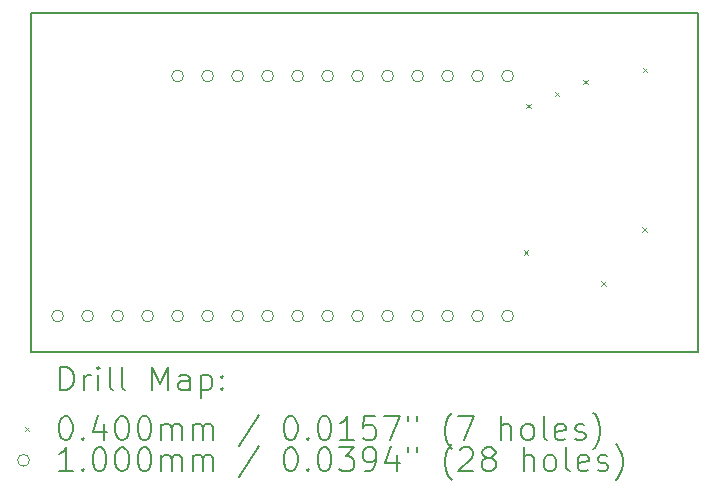
<source format=gbr>
%TF.GenerationSoftware,KiCad,Pcbnew,9.0.4*%
%TF.CreationDate,2025-11-17T08:26:22+00:00*%
%TF.ProjectId,MRF-Pro-v7.5,4d52462d-5072-46f2-9d76-372e352e6b69,rev?*%
%TF.SameCoordinates,Original*%
%TF.FileFunction,Drillmap*%
%TF.FilePolarity,Positive*%
%FSLAX45Y45*%
G04 Gerber Fmt 4.5, Leading zero omitted, Abs format (unit mm)*
G04 Created by KiCad (PCBNEW 9.0.4) date 2025-11-17 08:26:22*
%MOMM*%
%LPD*%
G01*
G04 APERTURE LIST*
%ADD10C,0.200000*%
%ADD11C,0.100000*%
G04 APERTURE END LIST*
D10*
X10566400Y-9626600D02*
X16212820Y-9626600D01*
X16212820Y-12499340D01*
X10566400Y-12499340D01*
X10566400Y-9626600D01*
D11*
X14739940Y-11633520D02*
X14779940Y-11673520D01*
X14779940Y-11633520D02*
X14739940Y-11673520D01*
X14762800Y-10394000D02*
X14802800Y-10434000D01*
X14802800Y-10394000D02*
X14762800Y-10434000D01*
X15004100Y-10292400D02*
X15044100Y-10332400D01*
X15044100Y-10292400D02*
X15004100Y-10332400D01*
X15245400Y-10190800D02*
X15285400Y-10230800D01*
X15285400Y-10190800D02*
X15245400Y-10230800D01*
X15397800Y-11895140D02*
X15437800Y-11935140D01*
X15437800Y-11895140D02*
X15397800Y-11935140D01*
X15745000Y-11442000D02*
X15785000Y-11482000D01*
X15785000Y-11442000D02*
X15745000Y-11482000D01*
X15747280Y-10090000D02*
X15787280Y-10130000D01*
X15787280Y-10090000D02*
X15747280Y-10130000D01*
X10845000Y-12192000D02*
G75*
G02*
X10745000Y-12192000I-50000J0D01*
G01*
X10745000Y-12192000D02*
G75*
G02*
X10845000Y-12192000I50000J0D01*
G01*
X11099000Y-12192000D02*
G75*
G02*
X10999000Y-12192000I-50000J0D01*
G01*
X10999000Y-12192000D02*
G75*
G02*
X11099000Y-12192000I50000J0D01*
G01*
X11353000Y-12192000D02*
G75*
G02*
X11253000Y-12192000I-50000J0D01*
G01*
X11253000Y-12192000D02*
G75*
G02*
X11353000Y-12192000I50000J0D01*
G01*
X11607000Y-12192000D02*
G75*
G02*
X11507000Y-12192000I-50000J0D01*
G01*
X11507000Y-12192000D02*
G75*
G02*
X11607000Y-12192000I50000J0D01*
G01*
X11861000Y-10160000D02*
G75*
G02*
X11761000Y-10160000I-50000J0D01*
G01*
X11761000Y-10160000D02*
G75*
G02*
X11861000Y-10160000I50000J0D01*
G01*
X11861000Y-12192000D02*
G75*
G02*
X11761000Y-12192000I-50000J0D01*
G01*
X11761000Y-12192000D02*
G75*
G02*
X11861000Y-12192000I50000J0D01*
G01*
X12115000Y-10160000D02*
G75*
G02*
X12015000Y-10160000I-50000J0D01*
G01*
X12015000Y-10160000D02*
G75*
G02*
X12115000Y-10160000I50000J0D01*
G01*
X12115000Y-12192000D02*
G75*
G02*
X12015000Y-12192000I-50000J0D01*
G01*
X12015000Y-12192000D02*
G75*
G02*
X12115000Y-12192000I50000J0D01*
G01*
X12369000Y-10160000D02*
G75*
G02*
X12269000Y-10160000I-50000J0D01*
G01*
X12269000Y-10160000D02*
G75*
G02*
X12369000Y-10160000I50000J0D01*
G01*
X12369000Y-12192000D02*
G75*
G02*
X12269000Y-12192000I-50000J0D01*
G01*
X12269000Y-12192000D02*
G75*
G02*
X12369000Y-12192000I50000J0D01*
G01*
X12623000Y-10160000D02*
G75*
G02*
X12523000Y-10160000I-50000J0D01*
G01*
X12523000Y-10160000D02*
G75*
G02*
X12623000Y-10160000I50000J0D01*
G01*
X12623000Y-12192000D02*
G75*
G02*
X12523000Y-12192000I-50000J0D01*
G01*
X12523000Y-12192000D02*
G75*
G02*
X12623000Y-12192000I50000J0D01*
G01*
X12877000Y-10160000D02*
G75*
G02*
X12777000Y-10160000I-50000J0D01*
G01*
X12777000Y-10160000D02*
G75*
G02*
X12877000Y-10160000I50000J0D01*
G01*
X12877000Y-12192000D02*
G75*
G02*
X12777000Y-12192000I-50000J0D01*
G01*
X12777000Y-12192000D02*
G75*
G02*
X12877000Y-12192000I50000J0D01*
G01*
X13131000Y-10160000D02*
G75*
G02*
X13031000Y-10160000I-50000J0D01*
G01*
X13031000Y-10160000D02*
G75*
G02*
X13131000Y-10160000I50000J0D01*
G01*
X13131000Y-12192000D02*
G75*
G02*
X13031000Y-12192000I-50000J0D01*
G01*
X13031000Y-12192000D02*
G75*
G02*
X13131000Y-12192000I50000J0D01*
G01*
X13385000Y-10160000D02*
G75*
G02*
X13285000Y-10160000I-50000J0D01*
G01*
X13285000Y-10160000D02*
G75*
G02*
X13385000Y-10160000I50000J0D01*
G01*
X13385000Y-12192000D02*
G75*
G02*
X13285000Y-12192000I-50000J0D01*
G01*
X13285000Y-12192000D02*
G75*
G02*
X13385000Y-12192000I50000J0D01*
G01*
X13639000Y-10160000D02*
G75*
G02*
X13539000Y-10160000I-50000J0D01*
G01*
X13539000Y-10160000D02*
G75*
G02*
X13639000Y-10160000I50000J0D01*
G01*
X13639000Y-12192000D02*
G75*
G02*
X13539000Y-12192000I-50000J0D01*
G01*
X13539000Y-12192000D02*
G75*
G02*
X13639000Y-12192000I50000J0D01*
G01*
X13893000Y-10160000D02*
G75*
G02*
X13793000Y-10160000I-50000J0D01*
G01*
X13793000Y-10160000D02*
G75*
G02*
X13893000Y-10160000I50000J0D01*
G01*
X13893000Y-12192000D02*
G75*
G02*
X13793000Y-12192000I-50000J0D01*
G01*
X13793000Y-12192000D02*
G75*
G02*
X13893000Y-12192000I50000J0D01*
G01*
X14147000Y-10160000D02*
G75*
G02*
X14047000Y-10160000I-50000J0D01*
G01*
X14047000Y-10160000D02*
G75*
G02*
X14147000Y-10160000I50000J0D01*
G01*
X14147000Y-12192000D02*
G75*
G02*
X14047000Y-12192000I-50000J0D01*
G01*
X14047000Y-12192000D02*
G75*
G02*
X14147000Y-12192000I50000J0D01*
G01*
X14401000Y-10160000D02*
G75*
G02*
X14301000Y-10160000I-50000J0D01*
G01*
X14301000Y-10160000D02*
G75*
G02*
X14401000Y-10160000I50000J0D01*
G01*
X14401000Y-12192000D02*
G75*
G02*
X14301000Y-12192000I-50000J0D01*
G01*
X14301000Y-12192000D02*
G75*
G02*
X14401000Y-12192000I50000J0D01*
G01*
X14655000Y-10160000D02*
G75*
G02*
X14555000Y-10160000I-50000J0D01*
G01*
X14555000Y-10160000D02*
G75*
G02*
X14655000Y-10160000I50000J0D01*
G01*
X14655000Y-12192000D02*
G75*
G02*
X14555000Y-12192000I-50000J0D01*
G01*
X14555000Y-12192000D02*
G75*
G02*
X14655000Y-12192000I50000J0D01*
G01*
D10*
X10817177Y-12820824D02*
X10817177Y-12620824D01*
X10817177Y-12620824D02*
X10864796Y-12620824D01*
X10864796Y-12620824D02*
X10893367Y-12630348D01*
X10893367Y-12630348D02*
X10912415Y-12649395D01*
X10912415Y-12649395D02*
X10921939Y-12668443D01*
X10921939Y-12668443D02*
X10931463Y-12706538D01*
X10931463Y-12706538D02*
X10931463Y-12735109D01*
X10931463Y-12735109D02*
X10921939Y-12773205D01*
X10921939Y-12773205D02*
X10912415Y-12792252D01*
X10912415Y-12792252D02*
X10893367Y-12811300D01*
X10893367Y-12811300D02*
X10864796Y-12820824D01*
X10864796Y-12820824D02*
X10817177Y-12820824D01*
X11017177Y-12820824D02*
X11017177Y-12687490D01*
X11017177Y-12725586D02*
X11026701Y-12706538D01*
X11026701Y-12706538D02*
X11036224Y-12697014D01*
X11036224Y-12697014D02*
X11055272Y-12687490D01*
X11055272Y-12687490D02*
X11074320Y-12687490D01*
X11140986Y-12820824D02*
X11140986Y-12687490D01*
X11140986Y-12620824D02*
X11131463Y-12630348D01*
X11131463Y-12630348D02*
X11140986Y-12639871D01*
X11140986Y-12639871D02*
X11150510Y-12630348D01*
X11150510Y-12630348D02*
X11140986Y-12620824D01*
X11140986Y-12620824D02*
X11140986Y-12639871D01*
X11264796Y-12820824D02*
X11245748Y-12811300D01*
X11245748Y-12811300D02*
X11236224Y-12792252D01*
X11236224Y-12792252D02*
X11236224Y-12620824D01*
X11369558Y-12820824D02*
X11350510Y-12811300D01*
X11350510Y-12811300D02*
X11340986Y-12792252D01*
X11340986Y-12792252D02*
X11340986Y-12620824D01*
X11598129Y-12820824D02*
X11598129Y-12620824D01*
X11598129Y-12620824D02*
X11664796Y-12763681D01*
X11664796Y-12763681D02*
X11731462Y-12620824D01*
X11731462Y-12620824D02*
X11731462Y-12820824D01*
X11912415Y-12820824D02*
X11912415Y-12716062D01*
X11912415Y-12716062D02*
X11902891Y-12697014D01*
X11902891Y-12697014D02*
X11883843Y-12687490D01*
X11883843Y-12687490D02*
X11845748Y-12687490D01*
X11845748Y-12687490D02*
X11826701Y-12697014D01*
X11912415Y-12811300D02*
X11893367Y-12820824D01*
X11893367Y-12820824D02*
X11845748Y-12820824D01*
X11845748Y-12820824D02*
X11826701Y-12811300D01*
X11826701Y-12811300D02*
X11817177Y-12792252D01*
X11817177Y-12792252D02*
X11817177Y-12773205D01*
X11817177Y-12773205D02*
X11826701Y-12754157D01*
X11826701Y-12754157D02*
X11845748Y-12744633D01*
X11845748Y-12744633D02*
X11893367Y-12744633D01*
X11893367Y-12744633D02*
X11912415Y-12735109D01*
X12007653Y-12687490D02*
X12007653Y-12887490D01*
X12007653Y-12697014D02*
X12026701Y-12687490D01*
X12026701Y-12687490D02*
X12064796Y-12687490D01*
X12064796Y-12687490D02*
X12083843Y-12697014D01*
X12083843Y-12697014D02*
X12093367Y-12706538D01*
X12093367Y-12706538D02*
X12102891Y-12725586D01*
X12102891Y-12725586D02*
X12102891Y-12782728D01*
X12102891Y-12782728D02*
X12093367Y-12801776D01*
X12093367Y-12801776D02*
X12083843Y-12811300D01*
X12083843Y-12811300D02*
X12064796Y-12820824D01*
X12064796Y-12820824D02*
X12026701Y-12820824D01*
X12026701Y-12820824D02*
X12007653Y-12811300D01*
X12188605Y-12801776D02*
X12198129Y-12811300D01*
X12198129Y-12811300D02*
X12188605Y-12820824D01*
X12188605Y-12820824D02*
X12179082Y-12811300D01*
X12179082Y-12811300D02*
X12188605Y-12801776D01*
X12188605Y-12801776D02*
X12188605Y-12820824D01*
X12188605Y-12697014D02*
X12198129Y-12706538D01*
X12198129Y-12706538D02*
X12188605Y-12716062D01*
X12188605Y-12716062D02*
X12179082Y-12706538D01*
X12179082Y-12706538D02*
X12188605Y-12697014D01*
X12188605Y-12697014D02*
X12188605Y-12716062D01*
D11*
X10516400Y-13129340D02*
X10556400Y-13169340D01*
X10556400Y-13129340D02*
X10516400Y-13169340D01*
D10*
X10855272Y-13040824D02*
X10874320Y-13040824D01*
X10874320Y-13040824D02*
X10893367Y-13050348D01*
X10893367Y-13050348D02*
X10902891Y-13059871D01*
X10902891Y-13059871D02*
X10912415Y-13078919D01*
X10912415Y-13078919D02*
X10921939Y-13117014D01*
X10921939Y-13117014D02*
X10921939Y-13164633D01*
X10921939Y-13164633D02*
X10912415Y-13202728D01*
X10912415Y-13202728D02*
X10902891Y-13221776D01*
X10902891Y-13221776D02*
X10893367Y-13231300D01*
X10893367Y-13231300D02*
X10874320Y-13240824D01*
X10874320Y-13240824D02*
X10855272Y-13240824D01*
X10855272Y-13240824D02*
X10836224Y-13231300D01*
X10836224Y-13231300D02*
X10826701Y-13221776D01*
X10826701Y-13221776D02*
X10817177Y-13202728D01*
X10817177Y-13202728D02*
X10807653Y-13164633D01*
X10807653Y-13164633D02*
X10807653Y-13117014D01*
X10807653Y-13117014D02*
X10817177Y-13078919D01*
X10817177Y-13078919D02*
X10826701Y-13059871D01*
X10826701Y-13059871D02*
X10836224Y-13050348D01*
X10836224Y-13050348D02*
X10855272Y-13040824D01*
X11007653Y-13221776D02*
X11017177Y-13231300D01*
X11017177Y-13231300D02*
X11007653Y-13240824D01*
X11007653Y-13240824D02*
X10998129Y-13231300D01*
X10998129Y-13231300D02*
X11007653Y-13221776D01*
X11007653Y-13221776D02*
X11007653Y-13240824D01*
X11188605Y-13107490D02*
X11188605Y-13240824D01*
X11140986Y-13031300D02*
X11093367Y-13174157D01*
X11093367Y-13174157D02*
X11217177Y-13174157D01*
X11331462Y-13040824D02*
X11350510Y-13040824D01*
X11350510Y-13040824D02*
X11369558Y-13050348D01*
X11369558Y-13050348D02*
X11379082Y-13059871D01*
X11379082Y-13059871D02*
X11388605Y-13078919D01*
X11388605Y-13078919D02*
X11398129Y-13117014D01*
X11398129Y-13117014D02*
X11398129Y-13164633D01*
X11398129Y-13164633D02*
X11388605Y-13202728D01*
X11388605Y-13202728D02*
X11379082Y-13221776D01*
X11379082Y-13221776D02*
X11369558Y-13231300D01*
X11369558Y-13231300D02*
X11350510Y-13240824D01*
X11350510Y-13240824D02*
X11331462Y-13240824D01*
X11331462Y-13240824D02*
X11312415Y-13231300D01*
X11312415Y-13231300D02*
X11302891Y-13221776D01*
X11302891Y-13221776D02*
X11293367Y-13202728D01*
X11293367Y-13202728D02*
X11283843Y-13164633D01*
X11283843Y-13164633D02*
X11283843Y-13117014D01*
X11283843Y-13117014D02*
X11293367Y-13078919D01*
X11293367Y-13078919D02*
X11302891Y-13059871D01*
X11302891Y-13059871D02*
X11312415Y-13050348D01*
X11312415Y-13050348D02*
X11331462Y-13040824D01*
X11521939Y-13040824D02*
X11540986Y-13040824D01*
X11540986Y-13040824D02*
X11560034Y-13050348D01*
X11560034Y-13050348D02*
X11569558Y-13059871D01*
X11569558Y-13059871D02*
X11579082Y-13078919D01*
X11579082Y-13078919D02*
X11588605Y-13117014D01*
X11588605Y-13117014D02*
X11588605Y-13164633D01*
X11588605Y-13164633D02*
X11579082Y-13202728D01*
X11579082Y-13202728D02*
X11569558Y-13221776D01*
X11569558Y-13221776D02*
X11560034Y-13231300D01*
X11560034Y-13231300D02*
X11540986Y-13240824D01*
X11540986Y-13240824D02*
X11521939Y-13240824D01*
X11521939Y-13240824D02*
X11502891Y-13231300D01*
X11502891Y-13231300D02*
X11493367Y-13221776D01*
X11493367Y-13221776D02*
X11483843Y-13202728D01*
X11483843Y-13202728D02*
X11474320Y-13164633D01*
X11474320Y-13164633D02*
X11474320Y-13117014D01*
X11474320Y-13117014D02*
X11483843Y-13078919D01*
X11483843Y-13078919D02*
X11493367Y-13059871D01*
X11493367Y-13059871D02*
X11502891Y-13050348D01*
X11502891Y-13050348D02*
X11521939Y-13040824D01*
X11674320Y-13240824D02*
X11674320Y-13107490D01*
X11674320Y-13126538D02*
X11683843Y-13117014D01*
X11683843Y-13117014D02*
X11702891Y-13107490D01*
X11702891Y-13107490D02*
X11731463Y-13107490D01*
X11731463Y-13107490D02*
X11750510Y-13117014D01*
X11750510Y-13117014D02*
X11760034Y-13136062D01*
X11760034Y-13136062D02*
X11760034Y-13240824D01*
X11760034Y-13136062D02*
X11769558Y-13117014D01*
X11769558Y-13117014D02*
X11788605Y-13107490D01*
X11788605Y-13107490D02*
X11817177Y-13107490D01*
X11817177Y-13107490D02*
X11836224Y-13117014D01*
X11836224Y-13117014D02*
X11845748Y-13136062D01*
X11845748Y-13136062D02*
X11845748Y-13240824D01*
X11940986Y-13240824D02*
X11940986Y-13107490D01*
X11940986Y-13126538D02*
X11950510Y-13117014D01*
X11950510Y-13117014D02*
X11969558Y-13107490D01*
X11969558Y-13107490D02*
X11998129Y-13107490D01*
X11998129Y-13107490D02*
X12017177Y-13117014D01*
X12017177Y-13117014D02*
X12026701Y-13136062D01*
X12026701Y-13136062D02*
X12026701Y-13240824D01*
X12026701Y-13136062D02*
X12036224Y-13117014D01*
X12036224Y-13117014D02*
X12055272Y-13107490D01*
X12055272Y-13107490D02*
X12083843Y-13107490D01*
X12083843Y-13107490D02*
X12102891Y-13117014D01*
X12102891Y-13117014D02*
X12112415Y-13136062D01*
X12112415Y-13136062D02*
X12112415Y-13240824D01*
X12502891Y-13031300D02*
X12331463Y-13288443D01*
X12760034Y-13040824D02*
X12779082Y-13040824D01*
X12779082Y-13040824D02*
X12798129Y-13050348D01*
X12798129Y-13050348D02*
X12807653Y-13059871D01*
X12807653Y-13059871D02*
X12817177Y-13078919D01*
X12817177Y-13078919D02*
X12826701Y-13117014D01*
X12826701Y-13117014D02*
X12826701Y-13164633D01*
X12826701Y-13164633D02*
X12817177Y-13202728D01*
X12817177Y-13202728D02*
X12807653Y-13221776D01*
X12807653Y-13221776D02*
X12798129Y-13231300D01*
X12798129Y-13231300D02*
X12779082Y-13240824D01*
X12779082Y-13240824D02*
X12760034Y-13240824D01*
X12760034Y-13240824D02*
X12740986Y-13231300D01*
X12740986Y-13231300D02*
X12731463Y-13221776D01*
X12731463Y-13221776D02*
X12721939Y-13202728D01*
X12721939Y-13202728D02*
X12712415Y-13164633D01*
X12712415Y-13164633D02*
X12712415Y-13117014D01*
X12712415Y-13117014D02*
X12721939Y-13078919D01*
X12721939Y-13078919D02*
X12731463Y-13059871D01*
X12731463Y-13059871D02*
X12740986Y-13050348D01*
X12740986Y-13050348D02*
X12760034Y-13040824D01*
X12912415Y-13221776D02*
X12921939Y-13231300D01*
X12921939Y-13231300D02*
X12912415Y-13240824D01*
X12912415Y-13240824D02*
X12902891Y-13231300D01*
X12902891Y-13231300D02*
X12912415Y-13221776D01*
X12912415Y-13221776D02*
X12912415Y-13240824D01*
X13045748Y-13040824D02*
X13064796Y-13040824D01*
X13064796Y-13040824D02*
X13083844Y-13050348D01*
X13083844Y-13050348D02*
X13093367Y-13059871D01*
X13093367Y-13059871D02*
X13102891Y-13078919D01*
X13102891Y-13078919D02*
X13112415Y-13117014D01*
X13112415Y-13117014D02*
X13112415Y-13164633D01*
X13112415Y-13164633D02*
X13102891Y-13202728D01*
X13102891Y-13202728D02*
X13093367Y-13221776D01*
X13093367Y-13221776D02*
X13083844Y-13231300D01*
X13083844Y-13231300D02*
X13064796Y-13240824D01*
X13064796Y-13240824D02*
X13045748Y-13240824D01*
X13045748Y-13240824D02*
X13026701Y-13231300D01*
X13026701Y-13231300D02*
X13017177Y-13221776D01*
X13017177Y-13221776D02*
X13007653Y-13202728D01*
X13007653Y-13202728D02*
X12998129Y-13164633D01*
X12998129Y-13164633D02*
X12998129Y-13117014D01*
X12998129Y-13117014D02*
X13007653Y-13078919D01*
X13007653Y-13078919D02*
X13017177Y-13059871D01*
X13017177Y-13059871D02*
X13026701Y-13050348D01*
X13026701Y-13050348D02*
X13045748Y-13040824D01*
X13302891Y-13240824D02*
X13188606Y-13240824D01*
X13245748Y-13240824D02*
X13245748Y-13040824D01*
X13245748Y-13040824D02*
X13226701Y-13069395D01*
X13226701Y-13069395D02*
X13207653Y-13088443D01*
X13207653Y-13088443D02*
X13188606Y-13097967D01*
X13483844Y-13040824D02*
X13388606Y-13040824D01*
X13388606Y-13040824D02*
X13379082Y-13136062D01*
X13379082Y-13136062D02*
X13388606Y-13126538D01*
X13388606Y-13126538D02*
X13407653Y-13117014D01*
X13407653Y-13117014D02*
X13455272Y-13117014D01*
X13455272Y-13117014D02*
X13474320Y-13126538D01*
X13474320Y-13126538D02*
X13483844Y-13136062D01*
X13483844Y-13136062D02*
X13493367Y-13155109D01*
X13493367Y-13155109D02*
X13493367Y-13202728D01*
X13493367Y-13202728D02*
X13483844Y-13221776D01*
X13483844Y-13221776D02*
X13474320Y-13231300D01*
X13474320Y-13231300D02*
X13455272Y-13240824D01*
X13455272Y-13240824D02*
X13407653Y-13240824D01*
X13407653Y-13240824D02*
X13388606Y-13231300D01*
X13388606Y-13231300D02*
X13379082Y-13221776D01*
X13560034Y-13040824D02*
X13693367Y-13040824D01*
X13693367Y-13040824D02*
X13607653Y-13240824D01*
X13760034Y-13040824D02*
X13760034Y-13078919D01*
X13836225Y-13040824D02*
X13836225Y-13078919D01*
X14131463Y-13317014D02*
X14121939Y-13307490D01*
X14121939Y-13307490D02*
X14102891Y-13278919D01*
X14102891Y-13278919D02*
X14093368Y-13259871D01*
X14093368Y-13259871D02*
X14083844Y-13231300D01*
X14083844Y-13231300D02*
X14074320Y-13183681D01*
X14074320Y-13183681D02*
X14074320Y-13145586D01*
X14074320Y-13145586D02*
X14083844Y-13097967D01*
X14083844Y-13097967D02*
X14093368Y-13069395D01*
X14093368Y-13069395D02*
X14102891Y-13050348D01*
X14102891Y-13050348D02*
X14121939Y-13021776D01*
X14121939Y-13021776D02*
X14131463Y-13012252D01*
X14188606Y-13040824D02*
X14321939Y-13040824D01*
X14321939Y-13040824D02*
X14236225Y-13240824D01*
X14550510Y-13240824D02*
X14550510Y-13040824D01*
X14636225Y-13240824D02*
X14636225Y-13136062D01*
X14636225Y-13136062D02*
X14626701Y-13117014D01*
X14626701Y-13117014D02*
X14607653Y-13107490D01*
X14607653Y-13107490D02*
X14579082Y-13107490D01*
X14579082Y-13107490D02*
X14560034Y-13117014D01*
X14560034Y-13117014D02*
X14550510Y-13126538D01*
X14760034Y-13240824D02*
X14740987Y-13231300D01*
X14740987Y-13231300D02*
X14731463Y-13221776D01*
X14731463Y-13221776D02*
X14721939Y-13202728D01*
X14721939Y-13202728D02*
X14721939Y-13145586D01*
X14721939Y-13145586D02*
X14731463Y-13126538D01*
X14731463Y-13126538D02*
X14740987Y-13117014D01*
X14740987Y-13117014D02*
X14760034Y-13107490D01*
X14760034Y-13107490D02*
X14788606Y-13107490D01*
X14788606Y-13107490D02*
X14807653Y-13117014D01*
X14807653Y-13117014D02*
X14817177Y-13126538D01*
X14817177Y-13126538D02*
X14826701Y-13145586D01*
X14826701Y-13145586D02*
X14826701Y-13202728D01*
X14826701Y-13202728D02*
X14817177Y-13221776D01*
X14817177Y-13221776D02*
X14807653Y-13231300D01*
X14807653Y-13231300D02*
X14788606Y-13240824D01*
X14788606Y-13240824D02*
X14760034Y-13240824D01*
X14940987Y-13240824D02*
X14921939Y-13231300D01*
X14921939Y-13231300D02*
X14912415Y-13212252D01*
X14912415Y-13212252D02*
X14912415Y-13040824D01*
X15093368Y-13231300D02*
X15074320Y-13240824D01*
X15074320Y-13240824D02*
X15036225Y-13240824D01*
X15036225Y-13240824D02*
X15017177Y-13231300D01*
X15017177Y-13231300D02*
X15007653Y-13212252D01*
X15007653Y-13212252D02*
X15007653Y-13136062D01*
X15007653Y-13136062D02*
X15017177Y-13117014D01*
X15017177Y-13117014D02*
X15036225Y-13107490D01*
X15036225Y-13107490D02*
X15074320Y-13107490D01*
X15074320Y-13107490D02*
X15093368Y-13117014D01*
X15093368Y-13117014D02*
X15102891Y-13136062D01*
X15102891Y-13136062D02*
X15102891Y-13155109D01*
X15102891Y-13155109D02*
X15007653Y-13174157D01*
X15179082Y-13231300D02*
X15198130Y-13240824D01*
X15198130Y-13240824D02*
X15236225Y-13240824D01*
X15236225Y-13240824D02*
X15255272Y-13231300D01*
X15255272Y-13231300D02*
X15264796Y-13212252D01*
X15264796Y-13212252D02*
X15264796Y-13202728D01*
X15264796Y-13202728D02*
X15255272Y-13183681D01*
X15255272Y-13183681D02*
X15236225Y-13174157D01*
X15236225Y-13174157D02*
X15207653Y-13174157D01*
X15207653Y-13174157D02*
X15188606Y-13164633D01*
X15188606Y-13164633D02*
X15179082Y-13145586D01*
X15179082Y-13145586D02*
X15179082Y-13136062D01*
X15179082Y-13136062D02*
X15188606Y-13117014D01*
X15188606Y-13117014D02*
X15207653Y-13107490D01*
X15207653Y-13107490D02*
X15236225Y-13107490D01*
X15236225Y-13107490D02*
X15255272Y-13117014D01*
X15331463Y-13317014D02*
X15340987Y-13307490D01*
X15340987Y-13307490D02*
X15360034Y-13278919D01*
X15360034Y-13278919D02*
X15369558Y-13259871D01*
X15369558Y-13259871D02*
X15379082Y-13231300D01*
X15379082Y-13231300D02*
X15388606Y-13183681D01*
X15388606Y-13183681D02*
X15388606Y-13145586D01*
X15388606Y-13145586D02*
X15379082Y-13097967D01*
X15379082Y-13097967D02*
X15369558Y-13069395D01*
X15369558Y-13069395D02*
X15360034Y-13050348D01*
X15360034Y-13050348D02*
X15340987Y-13021776D01*
X15340987Y-13021776D02*
X15331463Y-13012252D01*
D11*
X10556400Y-13413340D02*
G75*
G02*
X10456400Y-13413340I-50000J0D01*
G01*
X10456400Y-13413340D02*
G75*
G02*
X10556400Y-13413340I50000J0D01*
G01*
D10*
X10921939Y-13504824D02*
X10807653Y-13504824D01*
X10864796Y-13504824D02*
X10864796Y-13304824D01*
X10864796Y-13304824D02*
X10845748Y-13333395D01*
X10845748Y-13333395D02*
X10826701Y-13352443D01*
X10826701Y-13352443D02*
X10807653Y-13361967D01*
X11007653Y-13485776D02*
X11017177Y-13495300D01*
X11017177Y-13495300D02*
X11007653Y-13504824D01*
X11007653Y-13504824D02*
X10998129Y-13495300D01*
X10998129Y-13495300D02*
X11007653Y-13485776D01*
X11007653Y-13485776D02*
X11007653Y-13504824D01*
X11140986Y-13304824D02*
X11160034Y-13304824D01*
X11160034Y-13304824D02*
X11179082Y-13314348D01*
X11179082Y-13314348D02*
X11188605Y-13323871D01*
X11188605Y-13323871D02*
X11198129Y-13342919D01*
X11198129Y-13342919D02*
X11207653Y-13381014D01*
X11207653Y-13381014D02*
X11207653Y-13428633D01*
X11207653Y-13428633D02*
X11198129Y-13466728D01*
X11198129Y-13466728D02*
X11188605Y-13485776D01*
X11188605Y-13485776D02*
X11179082Y-13495300D01*
X11179082Y-13495300D02*
X11160034Y-13504824D01*
X11160034Y-13504824D02*
X11140986Y-13504824D01*
X11140986Y-13504824D02*
X11121939Y-13495300D01*
X11121939Y-13495300D02*
X11112415Y-13485776D01*
X11112415Y-13485776D02*
X11102891Y-13466728D01*
X11102891Y-13466728D02*
X11093367Y-13428633D01*
X11093367Y-13428633D02*
X11093367Y-13381014D01*
X11093367Y-13381014D02*
X11102891Y-13342919D01*
X11102891Y-13342919D02*
X11112415Y-13323871D01*
X11112415Y-13323871D02*
X11121939Y-13314348D01*
X11121939Y-13314348D02*
X11140986Y-13304824D01*
X11331462Y-13304824D02*
X11350510Y-13304824D01*
X11350510Y-13304824D02*
X11369558Y-13314348D01*
X11369558Y-13314348D02*
X11379082Y-13323871D01*
X11379082Y-13323871D02*
X11388605Y-13342919D01*
X11388605Y-13342919D02*
X11398129Y-13381014D01*
X11398129Y-13381014D02*
X11398129Y-13428633D01*
X11398129Y-13428633D02*
X11388605Y-13466728D01*
X11388605Y-13466728D02*
X11379082Y-13485776D01*
X11379082Y-13485776D02*
X11369558Y-13495300D01*
X11369558Y-13495300D02*
X11350510Y-13504824D01*
X11350510Y-13504824D02*
X11331462Y-13504824D01*
X11331462Y-13504824D02*
X11312415Y-13495300D01*
X11312415Y-13495300D02*
X11302891Y-13485776D01*
X11302891Y-13485776D02*
X11293367Y-13466728D01*
X11293367Y-13466728D02*
X11283843Y-13428633D01*
X11283843Y-13428633D02*
X11283843Y-13381014D01*
X11283843Y-13381014D02*
X11293367Y-13342919D01*
X11293367Y-13342919D02*
X11302891Y-13323871D01*
X11302891Y-13323871D02*
X11312415Y-13314348D01*
X11312415Y-13314348D02*
X11331462Y-13304824D01*
X11521939Y-13304824D02*
X11540986Y-13304824D01*
X11540986Y-13304824D02*
X11560034Y-13314348D01*
X11560034Y-13314348D02*
X11569558Y-13323871D01*
X11569558Y-13323871D02*
X11579082Y-13342919D01*
X11579082Y-13342919D02*
X11588605Y-13381014D01*
X11588605Y-13381014D02*
X11588605Y-13428633D01*
X11588605Y-13428633D02*
X11579082Y-13466728D01*
X11579082Y-13466728D02*
X11569558Y-13485776D01*
X11569558Y-13485776D02*
X11560034Y-13495300D01*
X11560034Y-13495300D02*
X11540986Y-13504824D01*
X11540986Y-13504824D02*
X11521939Y-13504824D01*
X11521939Y-13504824D02*
X11502891Y-13495300D01*
X11502891Y-13495300D02*
X11493367Y-13485776D01*
X11493367Y-13485776D02*
X11483843Y-13466728D01*
X11483843Y-13466728D02*
X11474320Y-13428633D01*
X11474320Y-13428633D02*
X11474320Y-13381014D01*
X11474320Y-13381014D02*
X11483843Y-13342919D01*
X11483843Y-13342919D02*
X11493367Y-13323871D01*
X11493367Y-13323871D02*
X11502891Y-13314348D01*
X11502891Y-13314348D02*
X11521939Y-13304824D01*
X11674320Y-13504824D02*
X11674320Y-13371490D01*
X11674320Y-13390538D02*
X11683843Y-13381014D01*
X11683843Y-13381014D02*
X11702891Y-13371490D01*
X11702891Y-13371490D02*
X11731463Y-13371490D01*
X11731463Y-13371490D02*
X11750510Y-13381014D01*
X11750510Y-13381014D02*
X11760034Y-13400062D01*
X11760034Y-13400062D02*
X11760034Y-13504824D01*
X11760034Y-13400062D02*
X11769558Y-13381014D01*
X11769558Y-13381014D02*
X11788605Y-13371490D01*
X11788605Y-13371490D02*
X11817177Y-13371490D01*
X11817177Y-13371490D02*
X11836224Y-13381014D01*
X11836224Y-13381014D02*
X11845748Y-13400062D01*
X11845748Y-13400062D02*
X11845748Y-13504824D01*
X11940986Y-13504824D02*
X11940986Y-13371490D01*
X11940986Y-13390538D02*
X11950510Y-13381014D01*
X11950510Y-13381014D02*
X11969558Y-13371490D01*
X11969558Y-13371490D02*
X11998129Y-13371490D01*
X11998129Y-13371490D02*
X12017177Y-13381014D01*
X12017177Y-13381014D02*
X12026701Y-13400062D01*
X12026701Y-13400062D02*
X12026701Y-13504824D01*
X12026701Y-13400062D02*
X12036224Y-13381014D01*
X12036224Y-13381014D02*
X12055272Y-13371490D01*
X12055272Y-13371490D02*
X12083843Y-13371490D01*
X12083843Y-13371490D02*
X12102891Y-13381014D01*
X12102891Y-13381014D02*
X12112415Y-13400062D01*
X12112415Y-13400062D02*
X12112415Y-13504824D01*
X12502891Y-13295300D02*
X12331463Y-13552443D01*
X12760034Y-13304824D02*
X12779082Y-13304824D01*
X12779082Y-13304824D02*
X12798129Y-13314348D01*
X12798129Y-13314348D02*
X12807653Y-13323871D01*
X12807653Y-13323871D02*
X12817177Y-13342919D01*
X12817177Y-13342919D02*
X12826701Y-13381014D01*
X12826701Y-13381014D02*
X12826701Y-13428633D01*
X12826701Y-13428633D02*
X12817177Y-13466728D01*
X12817177Y-13466728D02*
X12807653Y-13485776D01*
X12807653Y-13485776D02*
X12798129Y-13495300D01*
X12798129Y-13495300D02*
X12779082Y-13504824D01*
X12779082Y-13504824D02*
X12760034Y-13504824D01*
X12760034Y-13504824D02*
X12740986Y-13495300D01*
X12740986Y-13495300D02*
X12731463Y-13485776D01*
X12731463Y-13485776D02*
X12721939Y-13466728D01*
X12721939Y-13466728D02*
X12712415Y-13428633D01*
X12712415Y-13428633D02*
X12712415Y-13381014D01*
X12712415Y-13381014D02*
X12721939Y-13342919D01*
X12721939Y-13342919D02*
X12731463Y-13323871D01*
X12731463Y-13323871D02*
X12740986Y-13314348D01*
X12740986Y-13314348D02*
X12760034Y-13304824D01*
X12912415Y-13485776D02*
X12921939Y-13495300D01*
X12921939Y-13495300D02*
X12912415Y-13504824D01*
X12912415Y-13504824D02*
X12902891Y-13495300D01*
X12902891Y-13495300D02*
X12912415Y-13485776D01*
X12912415Y-13485776D02*
X12912415Y-13504824D01*
X13045748Y-13304824D02*
X13064796Y-13304824D01*
X13064796Y-13304824D02*
X13083844Y-13314348D01*
X13083844Y-13314348D02*
X13093367Y-13323871D01*
X13093367Y-13323871D02*
X13102891Y-13342919D01*
X13102891Y-13342919D02*
X13112415Y-13381014D01*
X13112415Y-13381014D02*
X13112415Y-13428633D01*
X13112415Y-13428633D02*
X13102891Y-13466728D01*
X13102891Y-13466728D02*
X13093367Y-13485776D01*
X13093367Y-13485776D02*
X13083844Y-13495300D01*
X13083844Y-13495300D02*
X13064796Y-13504824D01*
X13064796Y-13504824D02*
X13045748Y-13504824D01*
X13045748Y-13504824D02*
X13026701Y-13495300D01*
X13026701Y-13495300D02*
X13017177Y-13485776D01*
X13017177Y-13485776D02*
X13007653Y-13466728D01*
X13007653Y-13466728D02*
X12998129Y-13428633D01*
X12998129Y-13428633D02*
X12998129Y-13381014D01*
X12998129Y-13381014D02*
X13007653Y-13342919D01*
X13007653Y-13342919D02*
X13017177Y-13323871D01*
X13017177Y-13323871D02*
X13026701Y-13314348D01*
X13026701Y-13314348D02*
X13045748Y-13304824D01*
X13179082Y-13304824D02*
X13302891Y-13304824D01*
X13302891Y-13304824D02*
X13236225Y-13381014D01*
X13236225Y-13381014D02*
X13264796Y-13381014D01*
X13264796Y-13381014D02*
X13283844Y-13390538D01*
X13283844Y-13390538D02*
X13293367Y-13400062D01*
X13293367Y-13400062D02*
X13302891Y-13419109D01*
X13302891Y-13419109D02*
X13302891Y-13466728D01*
X13302891Y-13466728D02*
X13293367Y-13485776D01*
X13293367Y-13485776D02*
X13283844Y-13495300D01*
X13283844Y-13495300D02*
X13264796Y-13504824D01*
X13264796Y-13504824D02*
X13207653Y-13504824D01*
X13207653Y-13504824D02*
X13188606Y-13495300D01*
X13188606Y-13495300D02*
X13179082Y-13485776D01*
X13398129Y-13504824D02*
X13436225Y-13504824D01*
X13436225Y-13504824D02*
X13455272Y-13495300D01*
X13455272Y-13495300D02*
X13464796Y-13485776D01*
X13464796Y-13485776D02*
X13483844Y-13457205D01*
X13483844Y-13457205D02*
X13493367Y-13419109D01*
X13493367Y-13419109D02*
X13493367Y-13342919D01*
X13493367Y-13342919D02*
X13483844Y-13323871D01*
X13483844Y-13323871D02*
X13474320Y-13314348D01*
X13474320Y-13314348D02*
X13455272Y-13304824D01*
X13455272Y-13304824D02*
X13417177Y-13304824D01*
X13417177Y-13304824D02*
X13398129Y-13314348D01*
X13398129Y-13314348D02*
X13388606Y-13323871D01*
X13388606Y-13323871D02*
X13379082Y-13342919D01*
X13379082Y-13342919D02*
X13379082Y-13390538D01*
X13379082Y-13390538D02*
X13388606Y-13409586D01*
X13388606Y-13409586D02*
X13398129Y-13419109D01*
X13398129Y-13419109D02*
X13417177Y-13428633D01*
X13417177Y-13428633D02*
X13455272Y-13428633D01*
X13455272Y-13428633D02*
X13474320Y-13419109D01*
X13474320Y-13419109D02*
X13483844Y-13409586D01*
X13483844Y-13409586D02*
X13493367Y-13390538D01*
X13664796Y-13371490D02*
X13664796Y-13504824D01*
X13617177Y-13295300D02*
X13569558Y-13438157D01*
X13569558Y-13438157D02*
X13693367Y-13438157D01*
X13760034Y-13304824D02*
X13760034Y-13342919D01*
X13836225Y-13304824D02*
X13836225Y-13342919D01*
X14131463Y-13581014D02*
X14121939Y-13571490D01*
X14121939Y-13571490D02*
X14102891Y-13542919D01*
X14102891Y-13542919D02*
X14093368Y-13523871D01*
X14093368Y-13523871D02*
X14083844Y-13495300D01*
X14083844Y-13495300D02*
X14074320Y-13447681D01*
X14074320Y-13447681D02*
X14074320Y-13409586D01*
X14074320Y-13409586D02*
X14083844Y-13361967D01*
X14083844Y-13361967D02*
X14093368Y-13333395D01*
X14093368Y-13333395D02*
X14102891Y-13314348D01*
X14102891Y-13314348D02*
X14121939Y-13285776D01*
X14121939Y-13285776D02*
X14131463Y-13276252D01*
X14198129Y-13323871D02*
X14207653Y-13314348D01*
X14207653Y-13314348D02*
X14226701Y-13304824D01*
X14226701Y-13304824D02*
X14274320Y-13304824D01*
X14274320Y-13304824D02*
X14293368Y-13314348D01*
X14293368Y-13314348D02*
X14302891Y-13323871D01*
X14302891Y-13323871D02*
X14312415Y-13342919D01*
X14312415Y-13342919D02*
X14312415Y-13361967D01*
X14312415Y-13361967D02*
X14302891Y-13390538D01*
X14302891Y-13390538D02*
X14188606Y-13504824D01*
X14188606Y-13504824D02*
X14312415Y-13504824D01*
X14426701Y-13390538D02*
X14407653Y-13381014D01*
X14407653Y-13381014D02*
X14398129Y-13371490D01*
X14398129Y-13371490D02*
X14388606Y-13352443D01*
X14388606Y-13352443D02*
X14388606Y-13342919D01*
X14388606Y-13342919D02*
X14398129Y-13323871D01*
X14398129Y-13323871D02*
X14407653Y-13314348D01*
X14407653Y-13314348D02*
X14426701Y-13304824D01*
X14426701Y-13304824D02*
X14464796Y-13304824D01*
X14464796Y-13304824D02*
X14483844Y-13314348D01*
X14483844Y-13314348D02*
X14493368Y-13323871D01*
X14493368Y-13323871D02*
X14502891Y-13342919D01*
X14502891Y-13342919D02*
X14502891Y-13352443D01*
X14502891Y-13352443D02*
X14493368Y-13371490D01*
X14493368Y-13371490D02*
X14483844Y-13381014D01*
X14483844Y-13381014D02*
X14464796Y-13390538D01*
X14464796Y-13390538D02*
X14426701Y-13390538D01*
X14426701Y-13390538D02*
X14407653Y-13400062D01*
X14407653Y-13400062D02*
X14398129Y-13409586D01*
X14398129Y-13409586D02*
X14388606Y-13428633D01*
X14388606Y-13428633D02*
X14388606Y-13466728D01*
X14388606Y-13466728D02*
X14398129Y-13485776D01*
X14398129Y-13485776D02*
X14407653Y-13495300D01*
X14407653Y-13495300D02*
X14426701Y-13504824D01*
X14426701Y-13504824D02*
X14464796Y-13504824D01*
X14464796Y-13504824D02*
X14483844Y-13495300D01*
X14483844Y-13495300D02*
X14493368Y-13485776D01*
X14493368Y-13485776D02*
X14502891Y-13466728D01*
X14502891Y-13466728D02*
X14502891Y-13428633D01*
X14502891Y-13428633D02*
X14493368Y-13409586D01*
X14493368Y-13409586D02*
X14483844Y-13400062D01*
X14483844Y-13400062D02*
X14464796Y-13390538D01*
X14740987Y-13504824D02*
X14740987Y-13304824D01*
X14826701Y-13504824D02*
X14826701Y-13400062D01*
X14826701Y-13400062D02*
X14817177Y-13381014D01*
X14817177Y-13381014D02*
X14798130Y-13371490D01*
X14798130Y-13371490D02*
X14769558Y-13371490D01*
X14769558Y-13371490D02*
X14750510Y-13381014D01*
X14750510Y-13381014D02*
X14740987Y-13390538D01*
X14950510Y-13504824D02*
X14931463Y-13495300D01*
X14931463Y-13495300D02*
X14921939Y-13485776D01*
X14921939Y-13485776D02*
X14912415Y-13466728D01*
X14912415Y-13466728D02*
X14912415Y-13409586D01*
X14912415Y-13409586D02*
X14921939Y-13390538D01*
X14921939Y-13390538D02*
X14931463Y-13381014D01*
X14931463Y-13381014D02*
X14950510Y-13371490D01*
X14950510Y-13371490D02*
X14979082Y-13371490D01*
X14979082Y-13371490D02*
X14998130Y-13381014D01*
X14998130Y-13381014D02*
X15007653Y-13390538D01*
X15007653Y-13390538D02*
X15017177Y-13409586D01*
X15017177Y-13409586D02*
X15017177Y-13466728D01*
X15017177Y-13466728D02*
X15007653Y-13485776D01*
X15007653Y-13485776D02*
X14998130Y-13495300D01*
X14998130Y-13495300D02*
X14979082Y-13504824D01*
X14979082Y-13504824D02*
X14950510Y-13504824D01*
X15131463Y-13504824D02*
X15112415Y-13495300D01*
X15112415Y-13495300D02*
X15102891Y-13476252D01*
X15102891Y-13476252D02*
X15102891Y-13304824D01*
X15283844Y-13495300D02*
X15264796Y-13504824D01*
X15264796Y-13504824D02*
X15226701Y-13504824D01*
X15226701Y-13504824D02*
X15207653Y-13495300D01*
X15207653Y-13495300D02*
X15198130Y-13476252D01*
X15198130Y-13476252D02*
X15198130Y-13400062D01*
X15198130Y-13400062D02*
X15207653Y-13381014D01*
X15207653Y-13381014D02*
X15226701Y-13371490D01*
X15226701Y-13371490D02*
X15264796Y-13371490D01*
X15264796Y-13371490D02*
X15283844Y-13381014D01*
X15283844Y-13381014D02*
X15293368Y-13400062D01*
X15293368Y-13400062D02*
X15293368Y-13419109D01*
X15293368Y-13419109D02*
X15198130Y-13438157D01*
X15369558Y-13495300D02*
X15388606Y-13504824D01*
X15388606Y-13504824D02*
X15426701Y-13504824D01*
X15426701Y-13504824D02*
X15445749Y-13495300D01*
X15445749Y-13495300D02*
X15455272Y-13476252D01*
X15455272Y-13476252D02*
X15455272Y-13466728D01*
X15455272Y-13466728D02*
X15445749Y-13447681D01*
X15445749Y-13447681D02*
X15426701Y-13438157D01*
X15426701Y-13438157D02*
X15398130Y-13438157D01*
X15398130Y-13438157D02*
X15379082Y-13428633D01*
X15379082Y-13428633D02*
X15369558Y-13409586D01*
X15369558Y-13409586D02*
X15369558Y-13400062D01*
X15369558Y-13400062D02*
X15379082Y-13381014D01*
X15379082Y-13381014D02*
X15398130Y-13371490D01*
X15398130Y-13371490D02*
X15426701Y-13371490D01*
X15426701Y-13371490D02*
X15445749Y-13381014D01*
X15521939Y-13581014D02*
X15531463Y-13571490D01*
X15531463Y-13571490D02*
X15550511Y-13542919D01*
X15550511Y-13542919D02*
X15560034Y-13523871D01*
X15560034Y-13523871D02*
X15569558Y-13495300D01*
X15569558Y-13495300D02*
X15579082Y-13447681D01*
X15579082Y-13447681D02*
X15579082Y-13409586D01*
X15579082Y-13409586D02*
X15569558Y-13361967D01*
X15569558Y-13361967D02*
X15560034Y-13333395D01*
X15560034Y-13333395D02*
X15550511Y-13314348D01*
X15550511Y-13314348D02*
X15531463Y-13285776D01*
X15531463Y-13285776D02*
X15521939Y-13276252D01*
M02*

</source>
